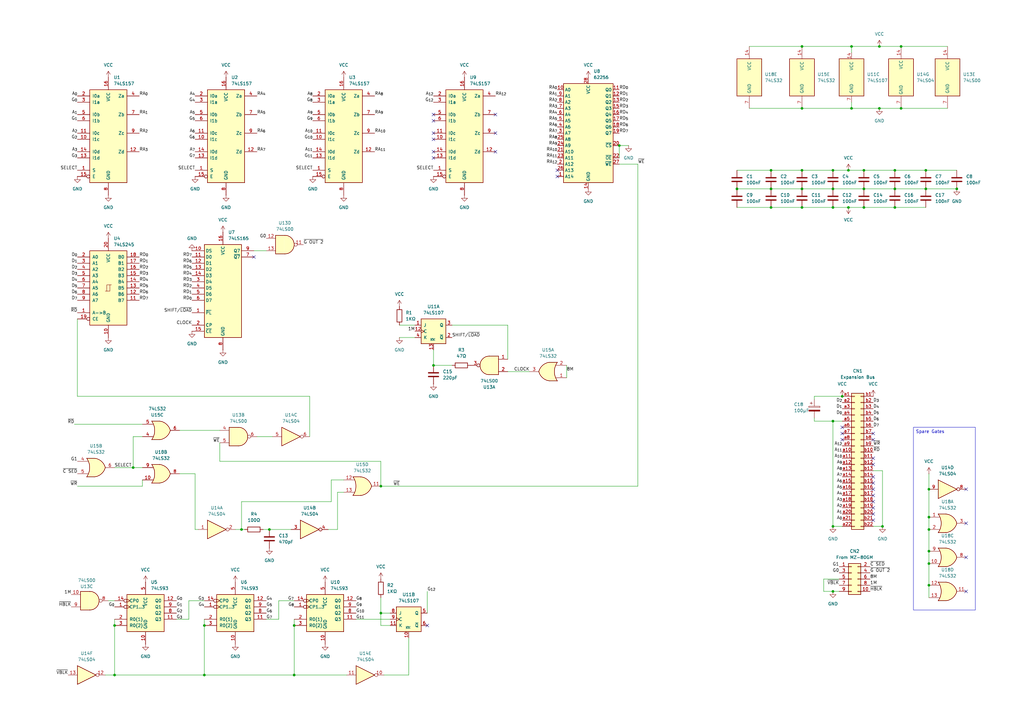
<source format=kicad_sch>
(kicad_sch (version 20250114) (generator "eeschema") (generator_version "9.0")
  (paper "A3")
  (title_block (title "Sharp MZ-80GMK Graphics (2) Board") (date "6/FEB/2026") (rev "A") (company "Brett Hallen") (comment 4 "Redrawn from Service Manual schematic"))
  (text_box "Spare Gates" (at 374.65 175.26 0) (size 25.4 74.93) (margins 0.9525 0.9525 0.9525 0.9525) (effects (font (size 1.27 1.27)) (justify left top)))
  (junction (at 302.26 77.47))
  (junction (at 120.65 276.86))
  (junction (at 360.68 44.45))
  (junction (at 379.73 69.85))
  (junction (at 46.99 276.86))
  (junction (at 177.8 149.86))
  (junction (at 254 59.69))
  (junction (at 381 240.03))
  (junction (at 156.21 251.46))
  (junction (at 354.33 85.09))
  (junction (at 328.93 85.09))
  (junction (at 83.82 256.54))
  (junction (at 349.25 44.45))
  (junction (at 392.43 77.47))
  (junction (at 367.03 69.85))
  (junction (at 345.44 162.56))
  (junction (at 328.93 44.45))
  (junction (at 367.03 77.47))
  (junction (at 156.21 199.39))
  (junction (at 341.63 77.47))
  (junction (at 381 231.14))
  (junction (at 367.03 85.09))
  (junction (at 381 200.66))
  (junction (at 360.68 19.05))
  (junction (at 354.33 69.85))
  (junction (at 369.57 44.45))
  (junction (at 99.06 217.17))
  (junction (at 46.99 256.54))
  (junction (at 120.65 256.54))
  (junction (at 354.33 77.47))
  (junction (at 316.23 85.09))
  (junction (at 347.98 69.85))
  (junction (at 361.95 215.9))
  (junction (at 379.73 77.47))
  (junction (at 349.25 19.05))
  (junction (at 381 217.17))
  (junction (at 369.57 19.05))
  (junction (at 328.93 77.47))
  (junction (at 341.63 69.85))
  (junction (at 316.23 69.85))
  (junction (at 83.82 276.86))
  (junction (at 328.93 19.05))
  (junction (at 341.63 242.57))
  (junction (at 110.49 217.17))
  (junction (at 381 212.09))
  (junction (at 54.61 191.77))
  (junction (at 341.63 85.09))
  (junction (at 316.23 77.47))
  (junction (at 341.63 172.72))
  (junction (at 328.93 69.85))
  (junction (at 381 226.06))
  (junction (at 341.63 215.9))
  (junction (at 347.98 85.09))
  (no_connect (at 358.14 208.28))
  (no_connect (at 203.2 62.23))
  (no_connect (at 175.26 256.54))
  (no_connect (at 203.2 54.61))
  (no_connect (at 228.6 69.85))
  (no_connect (at 177.8 57.15))
  (no_connect (at 358.14 180.34))
  (no_connect (at 228.6 72.39))
  (no_connect (at 177.8 46.99))
  (no_connect (at 396.24 242.57))
  (no_connect (at 358.14 190.5))
  (no_connect (at 358.14 200.66))
  (no_connect (at 345.44 175.26))
  (no_connect (at 177.8 62.23))
  (no_connect (at 358.14 203.2))
  (no_connect (at 358.14 213.36))
  (no_connect (at 177.8 54.61))
  (no_connect (at 358.14 198.12))
  (no_connect (at 358.14 195.58))
  (no_connect (at 358.14 187.96))
  (no_connect (at 203.2 46.99))
  (no_connect (at 345.44 180.34))
  (no_connect (at 396.24 228.6))
  (no_connect (at 104.14 105.41))
  (no_connect (at 396.24 214.63))
  (no_connect (at 396.24 200.66))
  (no_connect (at 345.44 177.8))
  (no_connect (at 358.14 177.8))
  (no_connect (at 358.14 205.74))
  (no_connect (at 177.8 49.53))
  (no_connect (at 358.14 210.82))
  (no_connect (at 177.8 64.77))
  (wire (pts (xy 316.23 85.09) (xy 328.93 85.09)))
  (wire (pts (xy 334.01 172.72) (xy 341.63 172.72)))
  (wire (pts (xy 146.05 254) (xy 160.02 254)))
  (wire (pts (xy 381 194.31) (xy 381 200.66)))
  (wire (pts (xy 156.21 199.39) (xy 261.62 199.39)))
  (wire (pts (xy 46.99 276.86) (xy 83.82 276.86)))
  (wire (pts (xy 349.25 19.05) (xy 360.68 19.05)))
  (wire (pts (xy 83.82 276.86) (xy 120.65 276.86)))
  (wire (pts (xy 163.83 133.35) (xy 170.18 133.35)))
  (wire (pts (xy 138.43 201.93) (xy 140.97 201.93)))
  (wire (pts (xy 80.01 194.31) (xy 73.66 194.31)))
  (wire (pts (xy 44.45 246.38) (xy 46.99 246.38)))
  (wire (pts (xy 381 231.14) (xy 381 240.03)))
  (wire (pts (xy 367.03 69.85) (xy 379.73 69.85)))
  (wire (pts (xy 369.57 19.05) (xy 388.62 19.05)))
  (wire (pts (xy 392.43 69.85) (xy 379.73 69.85)))
  (wire (pts (xy 232.41 149.86) (xy 232.41 154.94)))
  (wire (pts (xy 344.17 237.49) (xy 337.82 237.49)))
  (wire (pts (xy 302.26 85.09) (xy 316.23 85.09)))
  (wire (pts (xy 341.63 77.47) (xy 354.33 77.47)))
  (wire (pts (xy 334.01 163.83) (xy 334.01 162.56)))
  (wire (pts (xy 114.3 246.38) (xy 120.65 246.38)))
  (wire (pts (xy 138.43 217.17) (xy 138.43 201.93)))
  (wire (pts (xy 31.75 162.56) (xy 127 162.56)))
  (wire (pts (xy 99.06 217.17) (xy 96.52 217.17)))
  (wire (pts (xy 341.63 69.85) (xy 347.98 69.85)))
  (wire (pts (xy 31.75 130.81) (xy 31.75 162.56)))
  (wire (pts (xy 381 217.17) (xy 381 226.06)))
  (wire (pts (xy 347.98 69.85) (xy 354.33 69.85)))
  (wire (pts (xy 119.38 217.17) (xy 110.49 217.17)))
  (wire (pts (xy 54.61 191.77) (xy 46.99 191.77)))
  (wire (pts (xy 358.14 215.9) (xy 361.95 215.9)))
  (wire (pts (xy 328.93 69.85) (xy 341.63 69.85)))
  (wire (pts (xy 120.65 254) (xy 120.65 256.54)))
  (wire (pts (xy 177.8 149.86) (xy 185.42 149.86)))
  (wire (pts (xy 157.48 276.86) (xy 167.64 276.86)))
  (wire (pts (xy 167.64 276.86) (xy 167.64 261.62)))
  (wire (pts (xy 90.17 176.53) (xy 73.66 176.53)))
  (wire (pts (xy 381 200.66) (xy 381 212.09)))
  (wire (pts (xy 77.47 246.38) (xy 83.82 246.38)))
  (wire (pts (xy 185.42 133.35) (xy 208.28 133.35)))
  (wire (pts (xy 349.25 44.45) (xy 360.68 44.45)))
  (wire (pts (xy 135.89 196.85) (xy 135.89 205.74)))
  (wire (pts (xy 77.47 254) (xy 77.47 246.38)))
  (wire (pts (xy 58.42 199.39) (xy 58.42 196.85)))
  (wire (pts (xy 328.93 85.09) (xy 341.63 85.09)))
  (wire (pts (xy 354.33 77.47) (xy 367.03 77.47)))
  (wire (pts (xy 341.63 242.57) (xy 337.82 242.57)))
  (wire (pts (xy 30.48 173.99) (xy 58.42 173.99)))
  (wire (pts (xy 316.23 69.85) (xy 328.93 69.85)))
  (wire (pts (xy 358.14 193.04) (xy 361.95 193.04)))
  (wire (pts (xy 360.68 44.45) (xy 369.57 44.45)))
  (wire (pts (xy 302.26 69.85) (xy 316.23 69.85)))
  (wire (pts (xy 341.63 215.9) (xy 345.44 215.9)))
  (wire (pts (xy 46.99 254) (xy 46.99 256.54)))
  (wire (pts (xy 341.63 85.09) (xy 347.98 85.09)))
  (wire (pts (xy 177.8 143.51) (xy 177.8 149.86)))
  (wire (pts (xy 104.14 102.87) (xy 109.22 102.87)))
  (wire (pts (xy 58.42 191.77) (xy 54.61 191.77)))
  (wire (pts (xy 367.03 85.09) (xy 379.73 85.09)))
  (wire (pts (xy 316.23 77.47) (xy 328.93 77.47)))
  (wire (pts (xy 46.99 256.54) (xy 46.99 276.86)))
  (wire (pts (xy 381 212.09) (xy 381 217.17)))
  (wire (pts (xy 349.25 41.91) (xy 349.25 44.45)))
  (wire (pts (xy 175.26 251.46) (xy 175.26 242.57)))
  (wire (pts (xy 114.3 254) (xy 114.3 246.38)))
  (wire (pts (xy 341.63 172.72) (xy 341.63 215.9)))
  (wire (pts (xy 334.01 162.56) (xy 345.44 162.56)))
  (wire (pts (xy 341.63 242.57) (xy 344.17 242.57)))
  (wire (pts (xy 99.06 205.74) (xy 99.06 217.17)))
  (wire (pts (xy 54.61 179.07) (xy 54.61 191.77)))
  (wire (pts (xy 302.26 77.47) (xy 316.23 77.47)))
  (wire (pts (xy 31.75 199.39) (xy 58.42 199.39)))
  (wire (pts (xy 328.93 19.05) (xy 349.25 19.05)))
  (wire (pts (xy 163.83 138.43) (xy 170.18 138.43)))
  (wire (pts (xy 254 67.31) (xy 261.62 67.31)))
  (wire (pts (xy 120.65 256.54) (xy 120.65 276.86)))
  (wire (pts (xy 360.68 19.05) (xy 369.57 19.05)))
  (wire (pts (xy 381 240.03) (xy 381 245.11)))
  (wire (pts (xy 43.18 276.86) (xy 46.99 276.86)))
  (wire (pts (xy 156.21 251.46) (xy 156.21 256.54)))
  (wire (pts (xy 111.76 179.07) (xy 105.41 179.07)))
  (wire (pts (xy 80.01 217.17) (xy 80.01 194.31)))
  (wire (pts (xy 90.17 189.23) (xy 156.21 189.23)))
  (wire (pts (xy 254 59.69) (xy 254 64.77)))
  (wire (pts (xy 261.62 67.31) (xy 261.62 199.39)))
  (wire (pts (xy 83.82 254) (xy 83.82 256.54)))
  (wire (pts (xy 334.01 171.45) (xy 334.01 172.72)))
  (wire (pts (xy 347.98 85.09) (xy 354.33 85.09)))
  (wire (pts (xy 354.33 85.09) (xy 367.03 85.09)))
  (wire (pts (xy 361.95 193.04) (xy 361.95 215.9)))
  (wire (pts (xy 208.28 133.35) (xy 208.28 147.32)))
  (wire (pts (xy 90.17 181.61) (xy 90.17 189.23)))
  (wire (pts (xy 328.93 77.47) (xy 341.63 77.47)))
  (wire (pts (xy 379.73 77.47) (xy 392.43 77.47)))
  (wire (pts (xy 58.42 179.07) (xy 54.61 179.07)))
  (wire (pts (xy 345.44 172.72) (xy 341.63 172.72)))
  (wire (pts (xy 254 59.69) (xy 257.81 59.69)))
  (wire (pts (xy 127 162.56) (xy 127 179.07)))
  (wire (pts (xy 217.17 152.4) (xy 208.28 152.4)))
  (wire (pts (xy 367.03 77.47) (xy 379.73 77.47)))
  (wire (pts (xy 100.33 217.17) (xy 99.06 217.17)))
  (wire (pts (xy 120.65 276.86) (xy 142.24 276.86)))
  (wire (pts (xy 83.82 256.54) (xy 83.82 276.86)))
  (wire (pts (xy 307.34 44.45) (xy 328.93 44.45)))
  (wire (pts (xy 381 226.06) (xy 381 231.14)))
  (wire (pts (xy 156.21 189.23) (xy 156.21 199.39)))
  (wire (pts (xy 328.93 44.45) (xy 349.25 44.45)))
  (wire (pts (xy 140.97 196.85) (xy 135.89 196.85)))
  (wire (pts (xy 337.82 237.49) (xy 337.82 242.57)))
  (wire (pts (xy 160.02 256.54) (xy 156.21 256.54)))
  (wire (pts (xy 369.57 44.45) (xy 388.62 44.45)))
  (wire (pts (xy 156.21 245.11) (xy 156.21 251.46)))
  (wire (pts (xy 109.22 254) (xy 114.3 254)))
  (wire (pts (xy 156.21 251.46) (xy 160.02 251.46)))
  (wire (pts (xy 349.25 19.05) (xy 349.25 21.59)))
  (wire (pts (xy 72.39 254) (xy 77.47 254)))
  (wire (pts (xy 307.34 19.05) (xy 328.93 19.05)))
  (wire (pts (xy 80.01 217.17) (xy 81.28 217.17)))
  (wire (pts (xy 134.62 217.17) (xy 138.43 217.17)))
  (wire (pts (xy 110.49 217.17) (xy 107.95 217.17)))
  (wire (pts (xy 135.89 205.74) (xy 99.06 205.74)))
  (wire (pts (xy 354.33 69.85) (xy 367.03 69.85)))
  (label "~{C SED}" (at 31.75 194.31 180))
  (label "1M" (at 29.21 243.84 180))
  (label "RA_{12}" (at 228.6 67.31 180))
  (label "RD_{7}" (at 57.15 123.19 0))
  (label "G_{3}" (at 72.39 254 0))
  (label "G0" (at 344.17 234.95 180))
  (label "D_{0}" (at 345.44 170.18 180))
  (label "RD_{5}" (at 254 49.53 0))
  (label "G_{0}" (at 46.99 248.92 180))
  (label "G_{2}" (at 72.39 251.46 0))
  (label "~{WE}" (at 161.29 199.39 0))
  (label "RD_{4}" (at 78.74 113.03 180))
  (label "RA_{9}" (at 228.6 59.69 180))
  (label "RA_{3}" (at 57.15 62.23 0))
  (label "RD_{4}" (at 57.15 115.57 0))
  (label "D_{6}" (at 31.75 120.65 180))
  (label "G_{11}" (at 146.05 254 0))
  (label "A_{0}" (at 345.44 213.36 180))
  (label "A_{4}" (at 345.44 203.2 180))
  (label "A_{3}" (at 345.44 205.74 180))
  (label "G_{9}" (at 128.27 49.53 180))
  (label "~{HBLK}" (at 29.21 248.92 180))
  (label "~{RD}" (at 31.75 128.27 180))
  (label "~{G OUT 2}" (at 356.87 234.95 0))
  (label "RA_{0}" (at 57.15 39.37 0))
  (label "RD_{1}" (at 57.15 107.95 0))
  (label "A_{2}" (at 31.75 54.61 180))
  (label "RA_{4}" (at 228.6 46.99 180))
  (label "G_{4}" (at 80.01 41.91 180))
  (label "A_{4}" (at 80.01 39.37 180))
  (label "A_{5}" (at 80.01 46.99 180))
  (label "~{VBLK}" (at 27.94 276.86 180))
  (label "G_{0}" (at 31.75 41.91 180))
  (label "G_{5}" (at 80.01 49.53 180))
  (label "RA_{1}" (at 57.15 46.99 0))
  (label "D_{0}" (at 31.75 105.41 180))
  (label "SELECT" (at 46.99 191.77 0))
  (label "A_{8}" (at 128.27 39.37 180))
  (label "A_{9}" (at 128.27 46.99 180))
  (label "G_{8}" (at 120.65 248.92 180))
  (label "RD_{2}" (at 254 41.91 0))
  (label "RA_{12}" (at 203.2 39.37 0))
  (label "RA_{1}" (at 228.6 39.37 180))
  (label "D_{4}" (at 358.14 167.64 0))
  (label "RA_{8}" (at 228.6 57.15 180))
  (label "~{WR}" (at 31.75 199.39 180))
  (label "G_{8}" (at 128.27 41.91 180))
  (label "RA_{10}" (at 153.67 54.61 0))
  (label "RD_{3}" (at 254 44.45 0))
  (label "A_{9}" (at 345.44 190.5 180))
  (label "8M" (at 356.87 237.49 0))
  (label "G_{6}" (at 80.01 57.15 180))
  (label "RA_{6}" (at 228.6 52.07 180))
  (label "8M" (at 232.41 152.4 0))
  (label "~{WE}" (at 261.62 67.31 0))
  (label "RD_{0}" (at 78.74 123.19 180))
  (label "G1" (at 344.17 232.41 180))
  (label "RD_{0}" (at 254 36.83 0))
  (label "~{VBLK}" (at 344.17 240.03 180))
  (label "RA_{7}" (at 228.6 54.61 180))
  (label "RA_{4}" (at 105.41 39.37 0))
  (label "RA_{5}" (at 105.41 46.99 0))
  (label "RD_{3}" (at 57.15 113.03 0))
  (label "A_{6}" (at 80.01 54.61 180))
  (label "G_{2}" (at 31.75 57.15 180))
  (label "G_{7}" (at 118.11 246.38 0))
  (label "RA_{11}" (at 228.6 64.77 180))
  (label "RD_{2}" (at 78.74 118.11 180))
  (label "CLOCK" (at 78.74 133.35 180))
  (label "D_{6}" (at 358.14 172.72 0))
  (label "RA_{8}" (at 153.67 39.37 0))
  (label "A_{5}" (at 345.44 200.66 180))
  (label "~{WE}" (at 90.17 181.61 180))
  (label "RA_{2}" (at 57.15 54.61 0))
  (label "RD_{1}" (at 78.74 120.65 180))
  (label "G_{7}" (at 80.01 64.77 180))
  (label "SELECT" (at 128.27 69.85 180))
  (label "G_{10}" (at 128.27 57.15 180))
  (label "A_{12}" (at 345.44 182.88 180))
  (label "RD_{6}" (at 78.74 107.95 180))
  (label "RD_{5}" (at 57.15 118.11 0))
  (label "RD_{7}" (at 254 54.61 0))
  (label "D_{1}" (at 31.75 107.95 180))
  (label "G_{10}" (at 146.05 251.46 0))
  (label "A_{11}" (at 345.44 185.42 180))
  (label "A_{12}" (at 177.8 39.37 180))
  (label "1M" (at 356.87 240.03 0))
  (label "RD_{0}" (at 57.15 105.41 0))
  (label "A_{0}" (at 31.75 39.37 180))
  (label "G_{5}" (at 109.22 248.92 0))
  (label "A_{10}" (at 128.27 54.61 180))
  (label "RA_{0}" (at 228.6 36.83 180))
  (label "A_{1}" (at 345.44 210.82 180))
  (label "RD_{7}" (at 78.74 105.41 180))
  (label "D_{2}" (at 31.75 110.49 180))
  (label "D_{7}" (at 358.14 175.26 0))
  (label "A_{7}" (at 345.44 195.58 180))
  (label "D_{3}" (at 358.14 165.1 0))
  (label "A_{3}" (at 31.75 62.23 180))
  (label "A_{11}" (at 128.27 62.23 180))
  (label "D_{5}" (at 31.75 118.11 180))
  (label "G0" (at 109.22 97.79 180))
  (label "G_{7}" (at 109.22 254 0))
  (label "D_{7}" (at 31.75 123.19 180))
  (label "RA_{5}" (at 228.6 49.53 180))
  (label "RA_{10}" (at 228.6 62.23 180))
  (label "SELECT" (at 31.75 69.85 180))
  (label "RA_{11}" (at 153.67 62.23 0))
  (label "SHIFT{slash}~{LOAD}" (at 185.42 138.43 0))
  (label "RA_{7}" (at 105.41 62.23 0))
  (label "CLOCK" (at 210.82 152.4 0))
  (label "~{G OUT 2}" (at 124.46 100.33 0))
  (label "G_{11}" (at 128.27 64.77 180))
  (label "1M" (at 170.18 135.89 180))
  (label "RD_{3}" (at 78.74 115.57 180))
  (label "A_{7}" (at 80.01 62.23 180))
  (label "G_{12}" (at 175.26 242.57 0))
  (label "RD_{2}" (at 57.15 110.49 0))
  (label "G_{1}" (at 31.75 49.53 180))
  (label "G_{0}" (at 72.39 246.38 0))
  (label "G1" (at 31.75 189.23 180))
  (label "RD_{4}" (at 254 46.99 0))
  (label "A_{2}" (at 345.44 208.28 180))
  (label "G_{3}" (at 81.28 246.38 0))
  (label "SHIFT{slash}~{LOAD}" (at 78.74 128.27 180))
  (label "D_{4}" (at 31.75 115.57 180))
  (label "D_{1}" (at 345.44 167.64 180))
  (label "G_{3}" (at 31.75 64.77 180))
  (label "~{WR}" (at 358.14 182.88 0))
  (label "RD_{1}" (at 254 39.37 0))
  (label "RA_{9}" (at 153.67 46.99 0))
  (label "G_{4}" (at 83.82 248.92 180))
  (label "~{C SED}" (at 356.87 232.41 0))
  (label "D_{5}" (at 358.14 170.18 0))
  (label "G_{1}" (at 72.39 248.92 0))
  (label "RD_{5}" (at 78.74 110.49 180))
  (label "~{RD}" (at 30.48 173.99 180))
  (label "D_{2}" (at 345.44 165.1 180))
  (label "RD_{6}" (at 254 52.07 0))
  (label "G_{6}" (at 109.22 251.46 0))
  (label "SELECT" (at 80.01 69.85 180))
  (label "G_{9}" (at 146.05 248.92 0))
  (label "RA_{2}" (at 228.6 41.91 180))
  (label "~{RD}" (at 358.14 185.42 0))
  (label "A_{10}" (at 345.44 187.96 180))
  (label "A_{8}" (at 345.44 193.04 180))
  (label "D_{3}" (at 31.75 113.03 180))
  (label "RA_{6}" (at 105.41 54.61 0))
  (label "A_{1}" (at 31.75 46.99 180))
  (label "G_{8}" (at 146.05 246.38 0))
  (label "G_{12}" (at 177.8 41.91 180))
  (label "RD_{6}" (at 57.15 120.65 0))
  (label "G_{4}" (at 109.22 246.38 0))
  (label "~{HBLK}" (at 356.87 242.57 0))
  (label "A_{6}" (at 345.44 198.12 180))
  (label "SELECT" (at 177.8 69.85 180))
  (label "RA_{3}" (at 228.6 44.45 180))
  (symbol (lib_id "Connector_Generic:Conn_02x05_Odd_Even") (at 349.25 237.49 0) (unit 1)
    (property "Reference" "CN2" (at 350.52 226.06 0))
    (property "Value" "From MZ-80GM" (at 350.52 228.6 0))
    (property "Footprint" "Connector_PinHeader_2.54mm:PinHeader_2x05_P2.54mm_Vertical" (effects (hide yes)))
    (property "Description" "Generic connector, double row, 02x05, odd/even pin numbering scheme (row 1 odd numbers, row 2 even numbers), script generated (kicad-library-utils/schlib/autogen/connector/)" (effects (hide yes)))
  )
  (symbol (lib_id "power:GND") (at 59.69 264.16 0) (unit 1)
    (property "Reference" "#PWR021" (effects (hide yes)))
    (property "Value" "GND" (at 59.69 269.24 0))
    (property "Description" "Power symbol creates a global label with name \"GND\" , ground" (effects (hide yes)))
  )
  (symbol (lib_id "Device:C") (at 328.93 73.66 0) (unit 1)
    (property "Reference" "C3" (at 332.74 72.3899 0) (effects (justify left)))
    (property "Value" "100nF" (at 332.74 74.9299 0) (effects (justify left)))
    (property "Footprint" "Capacitor_THT:C_Radial_D6.3mm_H5.0mm_P2.50mm" (effects (hide yes)))
    (property "Description" "Unpolarized capacitor" (effects (hide yes)))
  )
  (symbol (lib_id "power:VCC") (at 92.71 31.75 0) (unit 1)
    (property "Reference" "#PWR02" (effects (hide yes)))
    (property "Value" "VCC" (at 92.71 26.67 0))
    (property "Description" "Power symbol creates a global label with name \"VCC\"" (effects (hide yes)))
  )
  (symbol (lib_id "74xx:74LS157") (at 190.5 54.61 0) (unit 1)
    (property "Reference" "U9" (at 192.6433 31.75 0) (effects (justify left)))
    (property "Value" "74LS157" (at 192.6433 34.29 0) (effects (justify left)))
    (property "Footprint" "Package_DIP:DIP-16_W7.62mm" (effects (hide yes)))
    (property "Datasheet" "http://www.ti.com/lit/gpn/sn74LS157" (effects (hide yes)))
    (property "Description" "Quad 2 to 1 line Multiplexer" (effects (hide yes)))
  )
  (symbol (lib_id "power:GND") (at 78.74 135.89 0) (unit 1)
    (property "Reference" "#PWR019" (effects (hide yes)))
    (property "Value" "GND" (at 78.74 140.97 0))
    (property "Description" "Power symbol creates a global label with name \"GND\" , ground" (effects (hide yes)))
  )
  (symbol (lib_id "74xx:74LS32") (at 66.04 194.31 0) (unit 3)
    (property "Reference" "U15" (at 64.516 170.18 0))
    (property "Value" "74LS32" (at 66.04 187.96 0))
    (property "Footprint" "Package_DIP:DIP-14_W7.62mm" (effects (hide yes)))
    (property "Datasheet" "http://www.ti.com/lit/gpn/sn74LS32" (effects (hide yes)))
    (property "Description" "Quad 2-input OR" (effects (hide yes)))
  )
  (symbol (lib_id "power:GND") (at 31.75 72.39 0) (unit 1)
    (property "Reference" "#PWR08" (effects (hide yes)))
    (property "Value" "GND" (at 31.75 77.47 0))
    (property "Description" "Power symbol creates a global label with name \"GND\" , ground" (effects (hide yes)))
  )
  (symbol (lib_id "74xx:74LS157") (at 92.71 54.61 0) (unit 1)
    (property "Reference" "U2" (at 94.8533 31.75 0) (effects (justify left)))
    (property "Value" "74LS157" (at 94.8533 34.29 0) (effects (justify left)))
    (property "Footprint" "Package_DIP:DIP-16_W7.62mm" (effects (hide yes)))
    (property "Datasheet" "http://www.ti.com/lit/gpn/sn74LS157" (effects (hide yes)))
    (property "Description" "Quad 2 to 1 line Multiplexer" (effects (hide yes)))
  )
  (symbol (lib_id "Memory_RAM:CY62256-70PC") (at 241.3 54.61 0) (unit 1)
    (property "Reference" "U8" (at 243.4433 29.21 0) (effects (justify left)))
    (property "Value" "62256" (at 243.4433 31.75 0) (effects (justify left)))
    (property "Footprint" "Package_DIP:DIP-28_W15.24mm" (effects (hide yes)))
    (property "Datasheet" "https://ecee.colorado.edu/~mcclurel/Cypress_SRAM_CY62256.pdf" (effects (hide yes)))
    (property "Description" "256K (32K x 8) Static RAM, 70ns, DIP-28" (effects (hide yes)))
  )
  (symbol (lib_id "Device:C") (at 379.73 73.66 0) (unit 1)
    (property "Reference" "C7" (at 383.54 72.3899 0) (effects (justify left)))
    (property "Value" "100nF" (at 383.54 74.9299 0) (effects (justify left)))
    (property "Footprint" "Capacitor_THT:C_Radial_D6.3mm_H5.0mm_P2.50mm" (effects (hide yes)))
    (property "Description" "Unpolarized capacitor" (effects (hide yes)))
  )
  (symbol (lib_id "Connector_Generic:Conn_02x22_Row_Letter_First") (at 350.52 187.96 0) (unit 1)
    (property "Reference" "CN1" (at 351.79 152.146 0))
    (property "Value" "Expansion Bus" (at 351.79 154.686 0))
    (property "Footprint" "Connector_PinSocket_2.54mm:PinSocket_2x22_P2.54mm_Vertical" (effects (hide yes)))
    (property "Description" "Generic connector, double row, 02x22, row letter first pin numbering scheme (pin number consists of a letter for the row and a number for the pin index in this row. a1, ..., aN; b1, ..., bN), script generated (kicad-library-utils/schlib/autogen/connector/)" (effects (hide yes)))
  )
  (symbol (lib_id "power:VCC") (at 358.14 162.56 0) (unit 1)
    (property "Reference" "#PWR040" (effects (hide yes)))
    (property "Value" "VCC" (at 358.14 157.48 0))
    (property "Description" "Power symbol creates a global label with name \"VCC\"" (effects (hide yes)))
  )
  (symbol (lib_id "power:GND") (at 80.01 72.39 0) (unit 1)
    (property "Reference" "#PWR09" (effects (hide yes)))
    (property "Value" "GND" (at 80.01 77.47 0))
    (property "Description" "Power symbol creates a global label with name \"GND\" , ground" (effects (hide yes)))
  )
  (symbol (lib_id "74xx:74LS32") (at 39.37 191.77 0) (unit 2)
    (property "Reference" "U15" (at 39.37 182.88 0))
    (property "Value" "74LS32" (at 39.37 185.42 0))
    (property "Footprint" "Package_DIP:DIP-14_W7.62mm" (effects (hide yes)))
    (property "Datasheet" "http://www.ti.com/lit/gpn/sn74LS32" (effects (hide yes)))
    (property "Description" "Quad 2-input OR" (effects (hide yes)))
  )
  (symbol (lib_id "power:GND") (at 92.71 80.01 0) (unit 1)
    (property "Reference" "#PWR07" (effects (hide yes)))
    (property "Value" "GND" (at 92.71 85.09 0))
    (property "Description" "Power symbol creates a global label with name \"GND\" , ground" (effects (hide yes)))
  )
  (symbol (lib_id "power:VCC") (at 360.68 19.05 0) (unit 1)
    (property "Reference" "#PWR032" (effects (hide yes)))
    (property "Value" "VCC" (at 360.68 13.97 0))
    (property "Description" "Power symbol creates a global label with name \"VCC\"" (effects (hide yes)))
  )
  (symbol (lib_id "74xx:74LS32") (at 148.59 199.39 0) (unit 4)
    (property "Reference" "U15" (at 148.59 190.5 0))
    (property "Value" "74LS32" (at 148.59 193.04 0))
    (property "Footprint" "Package_DIP:DIP-14_W7.62mm" (effects (hide yes)))
    (property "Datasheet" "http://www.ti.com/lit/gpn/sn74LS32" (effects (hide yes)))
    (property "Description" "Quad 2-input OR" (effects (hide yes)))
  )
  (symbol (lib_id "Device:C") (at 110.49 220.98 180) (unit 1)
    (property "Reference" "C13" (at 114.3 219.7099 0) (effects (justify right)))
    (property "Value" "470pF" (at 114.3 222.2499 0) (effects (justify right)))
    (property "Footprint" "Capacitor_THT:C_Radial_D6.3mm_H5.0mm_P2.50mm" (effects (hide yes)))
    (property "Description" "Unpolarized capacitor" (effects (hide yes)))
  )
  (symbol (lib_id "Device:R") (at 163.83 129.54 0) (unit 1)
    (property "Reference" "R1" (at 166.37 128.2699 0) (effects (justify left)))
    (property "Value" "1KΩ" (at 166.37 130.8099 0) (effects (justify left)))
    (property "Footprint" "Resistor_THT:R_Axial_DIN0207_L6.3mm_D2.5mm_P7.62mm_Horizontal" (effects (hide yes)))
    (property "Description" "Resistor" (effects (hide yes)))
  )
  (symbol (lib_id "74xx:74LS04") (at 119.38 179.07 0) (unit 3)
    (property "Reference" "U14" (at 119.38 170.18 0))
    (property "Value" "74LS04" (at 119.38 172.72 0))
    (property "Footprint" "Package_DIP:DIP-14_W7.62mm" (effects (hide yes)))
    (property "Datasheet" "http://www.ti.com/lit/gpn/sn74LS04" (effects (hide yes)))
    (property "Description" "Hex Inverter" (effects (hide yes)))
  )
  (symbol (lib_id "74xx:74LS00") (at 388.62 31.75 0) (unit 5)
    (property "Reference" "U13" (at 394.97 30.4799 0) (effects (justify left)))
    (property "Value" "74LS00" (at 394.97 33.0199 0) (effects (justify left)))
    (property "Footprint" "Package_DIP:DIP-14_W7.62mm" (effects (hide yes)))
    (property "Datasheet" "http://www.ti.com/lit/gpn/sn74ls00" (effects (hide yes)))
    (property "Description" "quad 2-input NAND gate" (effects (hide yes)))
  )
  (symbol (lib_id "74xx:74LS245") (at 44.45 118.11 0) (unit 1)
    (property "Reference" "U4" (at 46.5933 97.79 0) (effects (justify left)))
    (property "Value" "74LS245" (at 46.5933 100.33 0) (effects (justify left)))
    (property "Footprint" "Package_DIP:DIP-20_W7.62mm" (effects (hide yes)))
    (property "Datasheet" "http://www.ti.com/lit/gpn/sn74LS245" (effects (hide yes)))
    (property "Description" "Octal BUS Transceivers, 3-State outputs" (effects (hide yes)))
  )
  (symbol (lib_id "power:GND") (at 110.49 224.79 0) (unit 1)
    (property "Reference" "#PWR033" (effects (hide yes)))
    (property "Value" "GND" (at 110.49 229.87 0))
    (property "Description" "Power symbol creates a global label with name \"GND\" , ground" (effects (hide yes)))
  )
  (symbol (lib_id "Device:C") (at 341.63 81.28 0) (unit 1)
    (property "Reference" "C12" (at 345.44 80.0099 0) (effects (justify left)))
    (property "Value" "100nF" (at 345.44 82.5499 0) (effects (justify left)))
    (property "Footprint" "Capacitor_THT:C_Radial_D6.3mm_H5.0mm_P2.50mm" (effects (hide yes)))
    (property "Description" "Unpolarized capacitor" (effects (hide yes)))
  )
  (symbol (lib_id "74xx:74LS93") (at 133.35 251.46 0) (unit 1)
    (property "Reference" "U10" (at 135.4933 238.76 0) (effects (justify left)))
    (property "Value" "74LS93" (at 135.4933 241.3 0) (effects (justify left)))
    (property "Footprint" "Package_DIP:DIP-14_W7.62mm" (effects (hide yes)))
    (property "Datasheet" "http://www.ti.com/lit/gpn/sn74LS93" (effects (hide yes)))
    (property "Description" "Divide by 2 & 8 counter" (effects (hide yes)))
  )
  (symbol (lib_id "power:VCC") (at 347.98 85.09 180) (unit 1)
    (property "Reference" "#PWR039" (effects (hide yes)))
    (property "Value" "VCC" (at 347.98 90.17 0))
    (property "Description" "Power symbol creates a global label with name \"VCC\"" (effects (hide yes)))
  )
  (symbol (lib_id "power:VCC") (at 381 194.31 0) (unit 1)
    (property "Reference" "#PWR036" (effects (hide yes)))
    (property "Value" "VCC" (at 381 189.23 0))
    (property "Description" "Power symbol creates a global label with name \"VCC\"" (effects (hide yes)))
  )
  (symbol (lib_id "74xx:74LS32") (at 388.62 242.57 0) (unit 4)
    (property "Reference" "U18" (at 388.62 233.68 0))
    (property "Value" "74LS32" (at 388.62 236.22 0))
    (property "Footprint" "Package_DIP:DIP-14_W7.62mm" (effects (hide yes)))
    (property "Datasheet" "http://www.ti.com/lit/gpn/sn74LS32" (effects (hide yes)))
    (property "Description" "Quad 2-input OR" (effects (hide yes)))
  )
  (symbol (lib_id "74xx:74LS04") (at 388.62 200.66 0) (unit 4)
    (property "Reference" "U14" (at 388.62 191.77 0))
    (property "Value" "74LS04" (at 388.62 194.31 0))
    (property "Footprint" "Package_DIP:DIP-14_W7.62mm" (effects (hide yes)))
    (property "Datasheet" "http://www.ti.com/lit/gpn/sn74LS04" (effects (hide yes)))
    (property "Description" "Hex Inverter" (effects (hide yes)))
  )
  (symbol (lib_id "Device:C_Polarized") (at 334.01 167.64 0) (unit 1)
    (property "Reference" "C18" (at 325.628 165.862 0) (effects (justify left)))
    (property "Value" "100µF" (at 325.628 168.402 0) (effects (justify left)))
    (property "Footprint" "Capacitor_THT:CP_Radial_D5.0mm_P2.50mm" (effects (hide yes)))
    (property "Description" "Polarized capacitor" (effects (hide yes)))
  )
  (symbol (lib_id "Device:C") (at 354.33 73.66 0) (unit 1)
    (property "Reference" "C5" (at 358.14 72.3899 0) (effects (justify left)))
    (property "Value" "100nF" (at 358.14 74.9299 0) (effects (justify left)))
    (property "Footprint" "Capacitor_THT:C_Radial_D6.3mm_H5.0mm_P2.50mm" (effects (hide yes)))
    (property "Description" "Unpolarized capacitor" (effects (hide yes)))
  )
  (symbol (lib_id "power:GND") (at 44.45 80.01 0) (unit 1)
    (property "Reference" "#PWR06" (effects (hide yes)))
    (property "Value" "GND" (at 44.45 85.09 0))
    (property "Description" "Power symbol creates a global label with name \"GND\" , ground" (effects (hide yes)))
  )
  (symbol (lib_id "power:VCC") (at 347.98 69.85 0) (unit 1)
    (property "Reference" "#PWR038" (effects (hide yes)))
    (property "Value" "VCC" (at 347.98 64.77 0))
    (property "Description" "Power symbol creates a global label with name \"VCC\"" (effects (hide yes)))
  )
  (symbol (lib_id "power:GND") (at 140.97 80.01 0) (unit 1)
    (property "Reference" "#PWR011" (effects (hide yes)))
    (property "Value" "GND" (at 140.97 85.09 0))
    (property "Description" "Power symbol creates a global label with name \"GND\" , ground" (effects (hide yes)))
  )
  (symbol (lib_id "power:GND") (at 190.5 80.01 0) (unit 1)
    (property "Reference" "#PWR013" (effects (hide yes)))
    (property "Value" "GND" (at 190.5 85.09 0))
    (property "Description" "Power symbol creates a global label with name \"GND\" , ground" (effects (hide yes)))
  )
  (symbol (lib_id "Device:C") (at 367.03 81.28 0) (unit 1)
    (property "Reference" "C16" (at 370.84 80.0099 0) (effects (justify left)))
    (property "Value" "100nF" (at 370.84 82.5499 0) (effects (justify left)))
    (property "Footprint" "Capacitor_THT:C_Radial_D6.3mm_H5.0mm_P2.50mm" (effects (hide yes)))
    (property "Description" "Unpolarized capacitor" (effects (hide yes)))
  )
  (symbol (lib_id "Device:C") (at 341.63 73.66 0) (unit 1)
    (property "Reference" "C4" (at 345.44 72.3899 0) (effects (justify left)))
    (property "Value" "100nF" (at 345.44 74.9299 0) (effects (justify left)))
    (property "Footprint" "Capacitor_THT:C_Radial_D6.3mm_H5.0mm_P2.50mm" (effects (hide yes)))
    (property "Description" "Unpolarized capacitor" (effects (hide yes)))
  )
  (symbol (lib_id "74xx:74LS93") (at 59.69 251.46 0) (unit 1)
    (property "Reference" "U5" (at 61.8333 238.76 0) (effects (justify left)))
    (property "Value" "74LS93" (at 61.8333 241.3 0) (effects (justify left)))
    (property "Footprint" "Package_DIP:DIP-14_W7.62mm" (effects (hide yes)))
    (property "Datasheet" "http://www.ti.com/lit/gpn/sn74LS93" (effects (hide yes)))
    (property "Description" "Divide by 2 & 8 counter" (effects (hide yes)))
  )
  (symbol (lib_id "74xx:74LS00") (at 36.83 246.38 0) (mirror x) (unit 3)
    (property "Reference" "U13" (at 35.56 240.538 0))
    (property "Value" "74LS00" (at 35.56 237.998 0))
    (property "Footprint" "Package_DIP:DIP-14_W7.62mm" (effects (hide yes)))
    (property "Datasheet" "http://www.ti.com/lit/gpn/sn74ls00" (effects (hide yes)))
    (property "Description" "quad 2-input NAND gate" (effects (hide yes)))
  )
  (symbol (lib_id "74xx:74LS32") (at 388.62 214.63 0) (unit 1)
    (property "Reference" "U18" (at 388.62 205.74 0))
    (property "Value" "74LS32" (at 388.62 208.28 0))
    (property "Footprint" "Package_DIP:DIP-14_W7.62mm" (effects (hide yes)))
    (property "Datasheet" "http://www.ti.com/lit/gpn/sn74LS32" (effects (hide yes)))
    (property "Description" "Quad 2-input OR" (effects (hide yes)))
  )
  (symbol (lib_id "power:GND") (at 361.95 215.9 0) (unit 1)
    (property "Reference" "#PWR043" (effects (hide yes)))
    (property "Value" "GND" (at 361.95 220.98 0))
    (property "Description" "Power symbol creates a global label with name \"GND\" , ground" (effects (hide yes)))
  )
  (symbol (lib_id "74xx:74LS32") (at 388.62 228.6 0) (unit 3)
    (property "Reference" "U18" (at 388.62 219.71 0))
    (property "Value" "74LS32" (at 388.62 222.25 0))
    (property "Footprint" "Package_DIP:DIP-14_W7.62mm" (effects (hide yes)))
    (property "Datasheet" "http://www.ti.com/lit/gpn/sn74LS32" (effects (hide yes)))
    (property "Description" "Quad 2-input OR" (effects (hide yes)))
  )
  (symbol (lib_id "Device:R") (at 156.21 241.3 0) (unit 1)
    (property "Reference" "R2" (at 158.75 240.0299 0) (effects (justify left)))
    (property "Value" "1KΩ" (at 158.75 242.5699 0) (effects (justify left)))
    (property "Footprint" "Resistor_THT:R_Axial_DIN0207_L6.3mm_D2.5mm_P7.62mm_Horizontal" (effects (hide yes)))
    (property "Description" "Resistor" (effects (hide yes)))
  )
  (symbol (lib_id "74xx:74LS165") (at 91.44 118.11 0) (unit 1)
    (property "Reference" "U7" (at 93.5833 95.25 0) (effects (justify left)))
    (property "Value" "74LS165" (at 93.5833 97.79 0) (effects (justify left)))
    (property "Footprint" "Package_DIP:DIP-16_W7.62mm" (effects (hide yes)))
    (property "Datasheet" "https://www.ti.com/lit/ds/symlink/sn74ls165a.pdf" (effects (hide yes)))
    (property "Description" "Shift Register 8-bit, parallel load" (effects (hide yes)))
  )
  (symbol (lib_id "power:GND") (at 177.8 72.39 0) (unit 1)
    (property "Reference" "#PWR012" (effects (hide yes)))
    (property "Value" "GND" (at 177.8 77.47 0))
    (property "Description" "Power symbol creates a global label with name \"GND\" , ground" (effects (hide yes)))
  )
  (symbol (lib_id "74xx:74LS32") (at 328.93 31.75 0) (unit 5)
    (property "Reference" "U15" (at 335.28 30.4799 0) (effects (justify left)))
    (property "Value" "74LS32" (at 335.28 33.0199 0) (effects (justify left)))
    (property "Footprint" "Package_DIP:DIP-14_W7.62mm" (effects (hide yes)))
    (property "Datasheet" "http://www.ti.com/lit/gpn/sn74LS32" (effects (hide yes)))
    (property "Description" "Quad 2-input OR" (effects (hide yes)))
  )
  (symbol (lib_id "power:VCC") (at 96.52 238.76 0) (unit 1)
    (property "Reference" "#PWR025" (effects (hide yes)))
    (property "Value" "VCC" (at 96.52 233.68 0))
    (property "Description" "Power symbol creates a global label with name \"VCC\"" (effects (hide yes)))
  )
  (symbol (lib_id "74xx:74LS157") (at 140.97 54.61 0) (unit 1)
    (property "Reference" "U3" (at 143.1133 31.75 0) (effects (justify left)))
    (property "Value" "74LS157" (at 143.1133 34.29 0) (effects (justify left)))
    (property "Footprint" "Package_DIP:DIP-16_W7.62mm" (effects (hide yes)))
    (property "Datasheet" "http://www.ti.com/lit/gpn/sn74LS157" (effects (hide yes)))
    (property "Description" "Quad 2 to 1 line Multiplexer" (effects (hide yes)))
  )
  (symbol (lib_id "power:GND") (at 257.81 59.69 0) (unit 1)
    (property "Reference" "#PWR017" (effects (hide yes)))
    (property "Value" "GND" (at 257.81 64.77 0))
    (property "Description" "Power symbol creates a global label with name \"GND\" , ground" (effects (hide yes)))
  )
  (symbol (lib_id "power:GND") (at 341.63 242.57 0) (unit 1)
    (property "Reference" "#PWR035" (effects (hide yes)))
    (property "Value" "GND" (at 341.63 247.65 0))
    (property "Description" "Power symbol creates a global label with name \"GND\" , ground" (effects (hide yes)))
  )
  (symbol (lib_id "power:VCC") (at 156.21 237.49 0) (unit 1)
    (property "Reference" "#PWR027" (effects (hide yes)))
    (property "Value" "VCC" (at 156.21 232.41 0))
    (property "Description" "Power symbol creates a global label with name \"VCC\"" (effects (hide yes)))
  )
  (symbol (lib_id "power:GND") (at 96.52 264.16 0) (unit 1)
    (property "Reference" "#PWR024" (effects (hide yes)))
    (property "Value" "GND" (at 96.52 269.24 0))
    (property "Description" "Power symbol creates a global label with name \"GND\" , ground" (effects (hide yes)))
  )
  (symbol (lib_id "Device:C") (at 354.33 81.28 0) (unit 1)
    (property "Reference" "C14" (at 358.14 80.0099 0) (effects (justify left)))
    (property "Value" "100nF" (at 358.14 82.5499 0) (effects (justify left)))
    (property "Footprint" "Capacitor_THT:C_Radial_D6.3mm_H5.0mm_P2.50mm" (effects (hide yes)))
    (property "Description" "Unpolarized capacitor" (effects (hide yes)))
  )
  (symbol (lib_id "74xx:74LS04") (at 88.9 217.17 0) (unit 1)
    (property "Reference" "U14" (at 88.9 208.28 0))
    (property "Value" "74LS04" (at 88.9 210.82 0))
    (property "Footprint" "Package_DIP:DIP-14_W7.62mm" (effects (hide yes)))
    (property "Datasheet" "http://www.ti.com/lit/gpn/sn74LS04" (effects (hide yes)))
    (property "Description" "Hex Inverter" (effects (hide yes)))
  )
  (symbol (lib_id "74xx:74LS107") (at 177.8 135.89 0) (unit 1)
    (property "Reference" "U11" (at 177.8 125.73 0))
    (property "Value" "74LS107" (at 177.8 128.27 0))
    (property "Footprint" "Package_DIP:DIP-14_W7.62mm" (effects (hide yes)))
    (property "Datasheet" "http://www.ti.com/lit/gpn/sn74LS107" (effects (hide yes)))
    (property "Description" "Dual JK Flip-Flop, reset" (effects (hide yes)))
  )
  (symbol (lib_id "power:GND") (at 341.63 215.9 0) (unit 1)
    (property "Reference" "#PWR042" (effects (hide yes)))
    (property "Value" "GND" (at 341.63 220.98 0))
    (property "Description" "Power symbol creates a global label with name \"GND\" , ground" (effects (hide yes)))
  )
  (symbol (lib_id "Device:C") (at 379.73 81.28 0) (unit 1)
    (property "Reference" "C17" (at 383.54 80.0099 0) (effects (justify left)))
    (property "Value" "100nF" (at 383.54 82.5499 0) (effects (justify left)))
    (property "Footprint" "Capacitor_THT:C_Radial_D6.3mm_H5.0mm_P2.50mm" (effects (hide yes)))
    (property "Description" "Unpolarized capacitor" (effects (hide yes)))
  )
  (symbol (lib_id "74xx:74LS107") (at 167.64 254 0) (unit 2)
    (property "Reference" "U11" (at 167.64 243.84 0))
    (property "Value" "74LS107" (at 167.64 246.38 0))
    (property "Footprint" "Package_DIP:DIP-14_W7.62mm" (effects (hide yes)))
    (property "Datasheet" "http://www.ti.com/lit/gpn/sn74LS107" (effects (hide yes)))
    (property "Description" "Dual JK Flip-Flop, reset" (effects (hide yes)))
  )
  (symbol (lib_id "Device:C") (at 316.23 73.66 0) (unit 1)
    (property "Reference" "C2" (at 320.04 72.3899 0) (effects (justify left)))
    (property "Value" "100nF" (at 320.04 74.9299 0) (effects (justify left)))
    (property "Footprint" "Capacitor_THT:C_Radial_D6.3mm_H5.0mm_P2.50mm" (effects (hide yes)))
    (property "Description" "Unpolarized capacitor" (effects (hide yes)))
  )
  (symbol (lib_id "power:GND") (at 177.8 157.48 0) (unit 1)
    (property "Reference" "#PWR030" (effects (hide yes)))
    (property "Value" "GND" (at 177.8 162.56 0))
    (property "Description" "Power symbol creates a global label with name \"GND\" , ground" (effects (hide yes)))
  )
  (symbol (lib_id "Device:C") (at 177.8 153.67 0) (unit 1)
    (property "Reference" "C15" (at 181.61 152.3999 0) (effects (justify left)))
    (property "Value" "220pF" (at 181.61 154.9399 0) (effects (justify left)))
    (property "Footprint" "Capacitor_THT:C_Radial_D6.3mm_H5.0mm_P2.50mm" (effects (hide yes)))
    (property "Description" "Unpolarized capacitor" (effects (hide yes)))
  )
  (symbol (lib_id "74xx:74LS32") (at 224.79 152.4 180) (unit 1)
    (property "Reference" "U15" (at 224.79 143.51 0))
    (property "Value" "74LS32" (at 224.79 146.05 0))
    (property "Footprint" "Package_DIP:DIP-14_W7.62mm" (effects (hide yes)))
    (property "Datasheet" "http://www.ti.com/lit/gpn/sn74LS32" (effects (hide yes)))
    (property "Description" "Quad 2-input OR" (effects (hide yes)))
  )
  (symbol (lib_id "74xx:74LS00") (at 116.84 100.33 0) (unit 4)
    (property "Reference" "U13" (at 116.8317 91.44 0))
    (property "Value" "74LS00" (at 116.8317 93.98 0))
    (property "Footprint" "Package_DIP:DIP-14_W7.62mm" (effects (hide yes)))
    (property "Datasheet" "http://www.ti.com/lit/gpn/sn74ls00" (effects (hide yes)))
    (property "Description" "quad 2-input NAND gate" (effects (hide yes)))
  )
  (symbol (lib_id "Device:C") (at 392.43 73.66 0) (unit 1)
    (property "Reference" "C8" (at 396.24 72.3899 0) (effects (justify left)))
    (property "Value" "100nF" (at 396.24 74.9299 0) (effects (justify left)))
    (property "Footprint" "Capacitor_THT:C_Radial_D6.3mm_H5.0mm_P2.50mm" (effects (hide yes)))
    (property "Description" "Unpolarized capacitor" (effects (hide yes)))
  )
  (symbol (lib_id "74xx:74LS157") (at 44.45 54.61 0) (unit 1)
    (property "Reference" "U1" (at 46.5933 31.75 0) (effects (justify left)))
    (property "Value" "74LS157" (at 46.5933 34.29 0) (effects (justify left)))
    (property "Footprint" "Package_DIP:DIP-16_W7.62mm" (effects (hide yes)))
    (property "Datasheet" "http://www.ti.com/lit/gpn/sn74LS157" (effects (hide yes)))
    (property "Description" "Quad 2 to 1 line Multiplexer" (effects (hide yes)))
  )
  (symbol (lib_id "power:VCC") (at 44.45 97.79 0) (unit 1)
    (property "Reference" "#PWR015" (effects (hide yes)))
    (property "Value" "VCC" (at 44.45 92.71 0))
    (property "Description" "Power symbol creates a global label with name \"VCC\"" (effects (hide yes)))
  )
  (symbol (lib_id "power:GND") (at 128.27 72.39 0) (unit 1)
    (property "Reference" "#PWR010" (effects (hide yes)))
    (property "Value" "GND" (at 128.27 77.47 0))
    (property "Description" "Power symbol creates a global label with name \"GND\" , ground" (effects (hide yes)))
  )
  (symbol (lib_id "74xx:74LS00") (at 200.66 149.86 0) (mirror y) (unit 1)
    (property "Reference" "U13" (at 200.6683 158.75 0))
    (property "Value" "74LS00" (at 200.6683 156.21 0))
    (property "Footprint" "Package_DIP:DIP-14_W7.62mm" (effects (hide yes)))
    (property "Datasheet" "http://www.ti.com/lit/gpn/sn74ls00" (effects (hide yes)))
    (property "Description" "quad 2-input NAND gate" (effects (hide yes)))
  )
  (symbol (lib_id "Device:R") (at 189.23 149.86 90) (unit 1)
    (property "Reference" "R3" (at 189.23 143.51 90))
    (property "Value" "47Ω" (at 189.23 146.05 90))
    (property "Footprint" "Resistor_THT:R_Axial_DIN0207_L6.3mm_D2.5mm_P7.62mm_Horizontal" (effects (hide yes)))
    (property "Description" "Resistor" (effects (hide yes)))
  )
  (symbol (lib_id "74xx:74LS32") (at 307.34 31.75 0) (unit 5)
    (property "Reference" "U18" (at 313.69 30.4799 0) (effects (justify left)))
    (property "Value" "74LS32" (at 313.69 33.0199 0) (effects (justify left)))
    (property "Footprint" "Package_DIP:DIP-14_W7.62mm" (effects (hide yes)))
    (property "Datasheet" "http://www.ti.com/lit/gpn/sn74LS32" (effects (hide yes)))
    (property "Description" "Quad 2-input OR" (effects (hide yes)))
  )
  (symbol (lib_id "power:GND") (at 360.68 44.45 0) (unit 1)
    (property "Reference" "#PWR031" (effects (hide yes)))
    (property "Value" "GND" (at 360.68 49.53 0))
    (property "Description" "Power symbol creates a global label with name \"GND\" , ground" (effects (hide yes)))
  )
  (symbol (lib_id "Device:C") (at 316.23 81.28 0) (unit 1)
    (property "Reference" "C10" (at 320.04 80.0099 0) (effects (justify left)))
    (property "Value" "100nF" (at 320.04 82.5499 0) (effects (justify left)))
    (property "Footprint" "Capacitor_THT:C_Radial_D6.3mm_H5.0mm_P2.50mm" (effects (hide yes)))
    (property "Description" "Unpolarized capacitor" (effects (hide yes)))
  )
  (symbol (lib_id "74xx:74LS04") (at 369.57 31.75 0) (unit 7)
    (property "Reference" "U14" (at 375.92 30.4799 0) (effects (justify left)))
    (property "Value" "74LS04" (at 375.92 33.0199 0) (effects (justify left)))
    (property "Footprint" "Package_DIP:DIP-14_W7.62mm" (effects (hide yes)))
    (property "Datasheet" "http://www.ti.com/lit/gpn/sn74LS04" (effects (hide yes)))
    (property "Description" "Hex Inverter" (effects (hide yes)))
  )
  (symbol (lib_id "74xx:74LS00") (at 97.79 179.07 0) (unit 2)
    (property "Reference" "U13" (at 97.7817 170.18 0))
    (property "Value" "74LS00" (at 97.7817 172.72 0))
    (property "Footprint" "Package_DIP:DIP-14_W7.62mm" (effects (hide yes)))
    (property "Datasheet" "http://www.ti.com/lit/gpn/sn74ls00" (effects (hide yes)))
    (property "Description" "quad 2-input NAND gate" (effects (hide yes)))
  )
  (symbol (lib_id "74xx:74LS107") (at 349.25 31.75 0) (unit 3)
    (property "Reference" "U11" (at 355.6 30.4799 0) (effects (justify left)))
    (property "Value" "74LS107" (at 355.6 33.0199 0) (effects (justify left)))
    (property "Footprint" "Package_DIP:DIP-14_W7.62mm" (effects (hide yes)))
    (property "Datasheet" "http://www.ti.com/lit/gpn/sn74LS107" (effects (hide yes)))
    (property "Description" "Dual JK Flip-Flop, reset" (effects (hide yes)))
  )
  (symbol (lib_id "74xx:74LS93") (at 96.52 251.46 0) (unit 1)
    (property "Reference" "U6" (at 98.6633 238.76 0) (effects (justify left)))
    (property "Value" "74LS93" (at 98.6633 241.3 0) (effects (justify left)))
    (property "Footprint" "Package_DIP:DIP-14_W7.62mm" (effects (hide yes)))
    (property "Datasheet" "http://www.ti.com/lit/gpn/sn74LS93" (effects (hide yes)))
    (property "Description" "Divide by 2 & 8 counter" (effects (hide yes)))
  )
  (symbol (lib_id "power:VCC") (at 91.44 95.25 0) (unit 1)
    (property "Reference" "#PWR034" (effects (hide yes)))
    (property "Value" "VCC" (at 91.44 90.17 0))
    (property "Description" "Power symbol creates a global label with name \"VCC\"" (effects (hide yes)))
  )
  (symbol (lib_id "power:GND") (at 241.3 77.47 0) (unit 1)
    (property "Reference" "#PWR014" (effects (hide yes)))
    (property "Value" "GND" (at 241.3 82.55 0))
    (property "Description" "Power symbol creates a global label with name \"GND\" , ground" (effects (hide yes)))
  )
  (symbol (lib_id "power:GND") (at 91.44 143.51 0) (unit 1)
    (property "Reference" "#PWR018" (effects (hide yes)))
    (property "Value" "GND" (at 91.44 148.59 0))
    (property "Description" "Power symbol creates a global label with name \"GND\" , ground" (effects (hide yes)))
  )
  (symbol (lib_id "power:VCC") (at 345.44 162.56 0) (unit 1)
    (property "Reference" "#PWR041" (effects (hide yes)))
    (property "Value" "VCC" (at 345.44 157.48 0))
    (property "Description" "Power symbol creates a global label with name \"VCC\"" (effects (hide yes)))
  )
  (symbol (lib_id "Device:C") (at 302.26 73.66 0) (unit 1)
    (property "Reference" "C1" (at 306.07 72.3899 0) (effects (justify left)))
    (property "Value" "100nF" (at 306.07 74.9299 0) (effects (justify left)))
    (property "Footprint" "Capacitor_THT:C_Radial_D6.3mm_H5.0mm_P2.50mm" (effects (hide yes)))
    (property "Description" "Unpolarized capacitor" (effects (hide yes)))
  )
  (symbol (lib_id "power:VCC") (at 140.97 31.75 0) (unit 1)
    (property "Reference" "#PWR03" (effects (hide yes)))
    (property "Value" "VCC" (at 140.97 26.67 0))
    (property "Description" "Power symbol creates a global label with name \"VCC\"" (effects (hide yes)))
  )
  (symbol (lib_id "power:GND") (at 78.74 102.87 180) (unit 1)
    (property "Reference" "#PWR020" (effects (hide yes)))
    (property "Value" "GND" (at 78.74 97.79 0))
    (property "Description" "Power symbol creates a global label with name \"GND\" , ground" (effects (hide yes)))
  )
  (symbol (lib_id "Device:C") (at 367.03 73.66 0) (unit 1)
    (property "Reference" "C6" (at 370.84 72.3899 0) (effects (justify left)))
    (property "Value" "100nF" (at 370.84 74.9299 0) (effects (justify left)))
    (property "Footprint" "Capacitor_THT:C_Radial_D6.3mm_H5.0mm_P2.50mm" (effects (hide yes)))
    (property "Description" "Unpolarized capacitor" (effects (hide yes)))
  )
  (symbol (lib_id "power:VCC") (at 163.83 125.73 0) (unit 1)
    (property "Reference" "#PWR028" (effects (hide yes)))
    (property "Value" "VCC" (at 163.83 120.65 0))
    (property "Description" "Power symbol creates a global label with name \"VCC\"" (effects (hide yes)))
  )
  (symbol (lib_id "power:GND") (at 44.45 138.43 0) (unit 1)
    (property "Reference" "#PWR016" (effects (hide yes)))
    (property "Value" "GND" (at 44.45 143.51 0))
    (property "Description" "Power symbol creates a global label with name \"GND\" , ground" (effects (hide yes)))
  )
  (symbol (lib_id "power:GND") (at 133.35 264.16 0) (unit 1)
    (property "Reference" "#PWR023" (effects (hide yes)))
    (property "Value" "GND" (at 133.35 269.24 0))
    (property "Description" "Power symbol creates a global label with name \"GND\" , ground" (effects (hide yes)))
  )
  (symbol (lib_id "power:VCC") (at 241.3 31.75 0) (unit 1)
    (property "Reference" "#PWR05" (effects (hide yes)))
    (property "Value" "VCC" (at 241.3 26.67 0))
    (property "Description" "Power symbol creates a global label with name \"VCC\"" (effects (hide yes)))
  )
  (symbol (lib_id "74xx:74LS04") (at 149.86 276.86 0) (unit 5)
    (property "Reference" "U14" (at 149.86 267.97 0))
    (property "Value" "74LS04" (at 149.86 270.51 0))
    (property "Footprint" "Package_DIP:DIP-14_W7.62mm" (effects (hide yes)))
    (property "Datasheet" "http://www.ti.com/lit/gpn/sn74LS04" (effects (hide yes)))
    (property "Description" "Hex Inverter" (effects (hide yes)))
  )
  (symbol (lib_id "74xx:74LS04") (at 127 217.17 0) (unit 2)
    (property "Reference" "U14" (at 127 208.28 0))
    (property "Value" "74LS04" (at 127 210.82 0))
    (property "Footprint" "Package_DIP:DIP-14_W7.62mm" (effects (hide yes)))
    (property "Datasheet" "http://www.ti.com/lit/gpn/sn74LS04" (effects (hide yes)))
    (property "Description" "Hex Inverter" (effects (hide yes)))
  )
  (symbol (lib_id "Device:R") (at 104.14 217.17 90) (unit 1)
    (property "Reference" "R4" (at 104.14 210.82 90))
    (property "Value" "100Ω" (at 104.14 213.36 90))
    (property "Footprint" "Resistor_THT:R_Axial_DIN0207_L6.3mm_D2.5mm_P7.62mm_Horizontal" (effects (hide yes)))
    (property "Description" "Resistor" (effects (hide yes)))
  )
  (symbol (lib_id "74xx:74LS32") (at 66.04 176.53 0) (mirror x) (unit 2)
    (property "Reference" "U18" (at 66.04 185.42 0))
    (property "Value" "74LS32" (at 64.516 167.64 0))
    (property "Footprint" "Package_DIP:DIP-14_W7.62mm" (effects (hide yes)))
    (property "Datasheet" "http://www.ti.com/lit/gpn/sn74LS32" (effects (hide yes)))
    (property "Description" "Quad 2-input OR" (effects (hide yes)))
  )
  (symbol (lib_id "power:GND") (at 392.43 77.47 0) (unit 1)
    (property "Reference" "#PWR037" (effects (hide yes)))
    (property "Value" "GND" (at 392.43 82.55 0))
    (property "Description" "Power symbol creates a global label with name \"GND\" , ground" (effects (hide yes)))
  )
  (symbol (lib_id "Device:C") (at 328.93 81.28 0) (unit 1)
    (property "Reference" "C11" (at 332.74 80.0099 0) (effects (justify left)))
    (property "Value" "100nF" (at 332.74 82.5499 0) (effects (justify left)))
    (property "Footprint" "Capacitor_THT:C_Radial_D6.3mm_H5.0mm_P2.50mm" (effects (hide yes)))
    (property "Description" "Unpolarized capacitor" (effects (hide yes)))
  )
  (symbol (lib_id "74xx:74LS04") (at 35.56 276.86 0) (unit 6)
    (property "Reference" "U14" (at 35.56 267.97 0))
    (property "Value" "74LS04" (at 35.56 270.51 0))
    (property "Footprint" "Package_DIP:DIP-14_W7.62mm" (effects (hide yes)))
    (property "Datasheet" "http://www.ti.com/lit/gpn/sn74LS04" (effects (hide yes)))
    (property "Description" "Hex Inverter" (effects (hide yes)))
  )
  (symbol (lib_id "power:VCC") (at 190.5 31.75 0) (unit 1)
    (property "Reference" "#PWR04" (effects (hide yes)))
    (property "Value" "VCC" (at 190.5 26.67 0))
    (property "Description" "Power symbol creates a global label with name \"VCC\"" (effects (hide yes)))
  )
  (symbol (lib_id "power:GND") (at 163.83 138.43 0) (unit 1)
    (property "Reference" "#PWR029" (effects (hide yes)))
    (property "Value" "GND" (at 163.83 143.51 0))
    (property "Description" "Power symbol creates a global label with name \"GND\" , ground" (effects (hide yes)))
  )
  (symbol (lib_id "power:VCC") (at 44.45 31.75 0) (unit 1)
    (property "Reference" "#PWR01" (effects (hide yes)))
    (property "Value" "VCC" (at 44.45 26.67 0))
    (property "Description" "Power symbol creates a global label with name \"VCC\"" (effects (hide yes)))
  )
  (symbol (lib_id "power:VCC") (at 59.69 238.76 0) (unit 1)
    (property "Reference" "#PWR022" (effects (hide yes)))
    (property "Value" "VCC" (at 59.69 233.68 0))
    (property "Description" "Power symbol creates a global label with name \"VCC\"" (effects (hide yes)))
  )
  (symbol (lib_id "power:VCC") (at 133.35 238.76 0) (unit 1)
    (property "Reference" "#PWR026" (effects (hide yes)))
    (property "Value" "VCC" (at 133.35 233.68 0))
    (property "Description" "Power symbol creates a global label with name \"VCC\"" (effects (hide yes)))
  )
  (symbol (lib_id "Device:C") (at 302.26 81.28 0) (unit 1)
    (property "Reference" "C9" (at 306.07 80.0099 0) (effects (justify left)))
    (property "Value" "100nF" (at 306.07 82.5499 0) (effects (justify left)))
    (property "Footprint" "Capacitor_THT:C_Radial_D6.3mm_H5.0mm_P2.50mm" (effects (hide yes)))
    (property "Description" "Unpolarized capacitor" (effects (hide yes)))
  )
)
</source>
